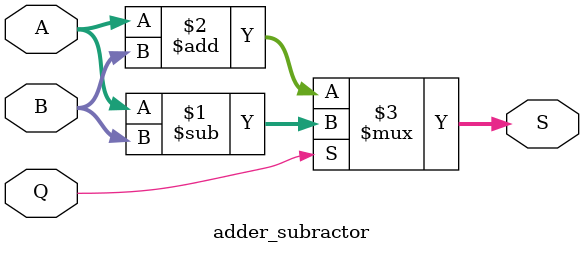
<source format=v>
module booth_substep(
    input wire signed [31:0] acc,    //Current value of accumulator
    input wire signed [31:0] Q,  //Current value of Q (initially the multiplier)    
    input wire signed q0,       //Current value of q-1 th bit
    input wire signed [31:0] multiplicand,  //the multipliand
    output reg signed [31:0] next_acc,   //next accumulator value || value of 8 MSB's of 16 bit output [17:8]
    output reg signed [31:0] next_Q, //Next value of Q || value of 8 LSB's of 16 bit output [7:0]
    output reg q0_next);
    
	wire [31:0] addsub_temp;  //next value of q_-1 th bit
	

    adder_subractor addsub (.Q(Q[0]), .A(acc), .B(multiplicand), .S(addsub_temp));
    
    
    always @(*) begin	
        if(Q[0] == q0) begin
            q0_next = Q[0];
            next_Q = Q>>>1;
            next_Q[31] = acc[0];
            
            //  Right shift
            next_acc = acc>>>1;
            
            //  With sign extension
            if (acc[31] == 1) begin
                next_acc[31] = 1;
            end
        end

        else begin        //if Q[0] != q0 (that is,  q_-1 bit)
            q0_next = Q[0];
            next_Q = Q>>>1;
            next_Q[31] = addsub_temp[0];
            
            //Right s1hift
            next_acc = addsub_temp>>>1;
            
            //  With sign extension
            if (addsub_temp[31] == 1) begin
                next_acc[31] = 1;
            end
        end	
    end	
endmodule 

module adder_subractor(
    input wire Q,
    input wire signed [31:0] A,
    input wire signed [31:0] B,
    output wire signed [31:0] S
);
    assign S = (Q) ? (A - B) : (A + B);
endmodule

</source>
